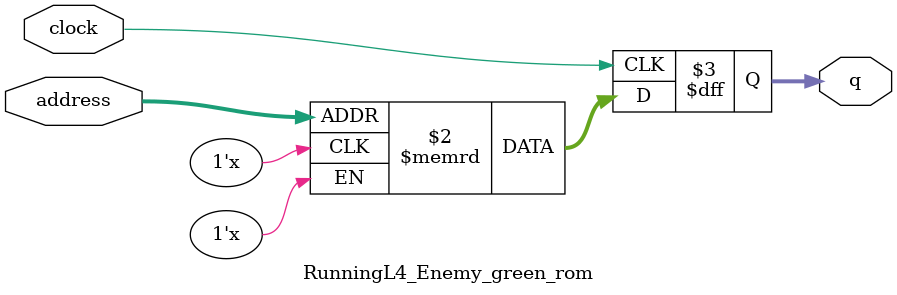
<source format=sv>
module RunningL4_Enemy_green_rom (
	input logic clock,
	input logic [11:0] address,
	output logic [2:0] q
);

logic [2:0] memory [0:2639] /* synthesis ram_init_file = "./RunningL4_Enemy_green/RunningL4_Enemy_green.mif" */;

always_ff @ (posedge clock) begin
	q <= memory[address];
end

endmodule

</source>
